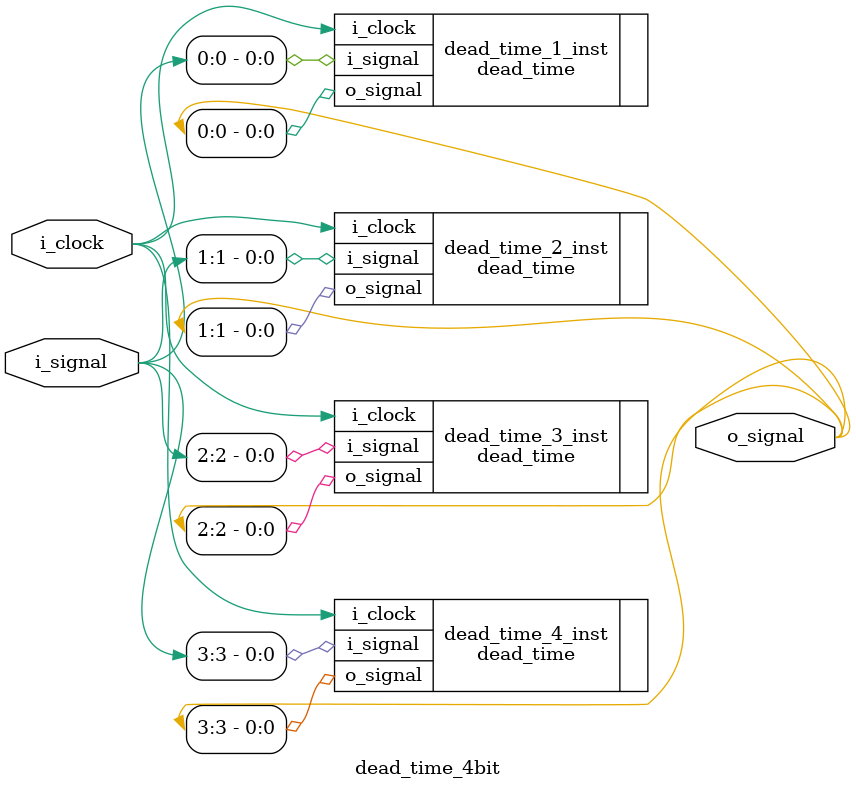
<source format=v>


`timescale 1 ns / 1 ps

module dead_time_4bit #(
   parameter DEADTIME = 10
)(
   output [3:0] o_signal,     // output delayed signal
   input        i_clock,      // clock to count the time
   input  [3:0] i_signal      // input signal
);


dead_time #( .DEADTIME(DEADTIME) ) dead_time_1_inst(
   .o_signal( o_signal[0] ),          // output switching variable
   .i_clock(  i_clock ),     // for sequential behavior
   .i_signal( i_signal[0] )
);

dead_time #( .DEADTIME(DEADTIME) ) dead_time_2_inst(
   .o_signal( o_signal[1] ),          // output switching variable
   .i_clock(  i_clock ),     // for sequential behavior
   .i_signal( i_signal[1] )
);

dead_time #( .DEADTIME(DEADTIME) ) dead_time_3_inst(
   .o_signal( o_signal[2] ),          // output switching variable
   .i_clock(  i_clock ),     // for sequential behavior
   .i_signal( i_signal[2] )
);

dead_time #( .DEADTIME(DEADTIME) ) dead_time_4_inst(
   .o_signal( o_signal[3] ),          // output switching variable
   .i_clock(  i_clock ),     // for sequential behavior
   .i_signal( i_signal[3] )
);

endmodule
</source>
